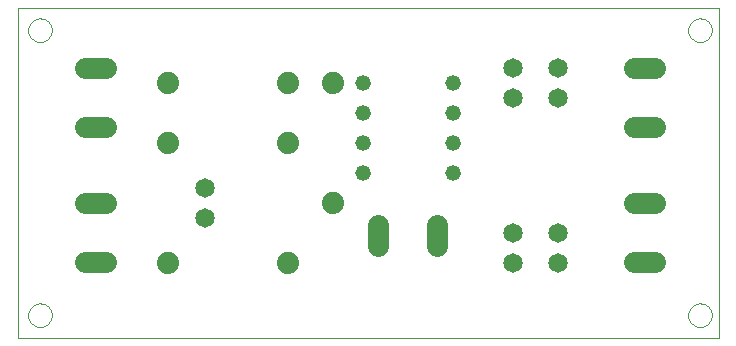
<source format=gtl>
G75*
%MOIN*%
%OFA0B0*%
%FSLAX24Y24*%
%IPPOS*%
%LPD*%
%AMOC8*
5,1,8,0,0,1.08239X$1,22.5*
%
%ADD10C,0.0000*%
%ADD11C,0.0520*%
%ADD12C,0.0740*%
%ADD13C,0.0650*%
%ADD14C,0.0700*%
D10*
X004833Y003500D02*
X004833Y014496D01*
X028203Y014496D01*
X028203Y003500D01*
X004833Y003500D01*
X005189Y004250D02*
X005191Y004289D01*
X005197Y004328D01*
X005207Y004366D01*
X005220Y004403D01*
X005237Y004438D01*
X005257Y004472D01*
X005281Y004503D01*
X005308Y004532D01*
X005337Y004558D01*
X005369Y004581D01*
X005403Y004601D01*
X005439Y004617D01*
X005476Y004629D01*
X005515Y004638D01*
X005554Y004643D01*
X005593Y004644D01*
X005632Y004641D01*
X005671Y004634D01*
X005708Y004623D01*
X005745Y004609D01*
X005780Y004591D01*
X005813Y004570D01*
X005844Y004545D01*
X005872Y004518D01*
X005897Y004488D01*
X005919Y004455D01*
X005938Y004421D01*
X005953Y004385D01*
X005965Y004347D01*
X005973Y004309D01*
X005977Y004270D01*
X005977Y004230D01*
X005973Y004191D01*
X005965Y004153D01*
X005953Y004115D01*
X005938Y004079D01*
X005919Y004045D01*
X005897Y004012D01*
X005872Y003982D01*
X005844Y003955D01*
X005813Y003930D01*
X005780Y003909D01*
X005745Y003891D01*
X005708Y003877D01*
X005671Y003866D01*
X005632Y003859D01*
X005593Y003856D01*
X005554Y003857D01*
X005515Y003862D01*
X005476Y003871D01*
X005439Y003883D01*
X005403Y003899D01*
X005369Y003919D01*
X005337Y003942D01*
X005308Y003968D01*
X005281Y003997D01*
X005257Y004028D01*
X005237Y004062D01*
X005220Y004097D01*
X005207Y004134D01*
X005197Y004172D01*
X005191Y004211D01*
X005189Y004250D01*
X005189Y013750D02*
X005191Y013789D01*
X005197Y013828D01*
X005207Y013866D01*
X005220Y013903D01*
X005237Y013938D01*
X005257Y013972D01*
X005281Y014003D01*
X005308Y014032D01*
X005337Y014058D01*
X005369Y014081D01*
X005403Y014101D01*
X005439Y014117D01*
X005476Y014129D01*
X005515Y014138D01*
X005554Y014143D01*
X005593Y014144D01*
X005632Y014141D01*
X005671Y014134D01*
X005708Y014123D01*
X005745Y014109D01*
X005780Y014091D01*
X005813Y014070D01*
X005844Y014045D01*
X005872Y014018D01*
X005897Y013988D01*
X005919Y013955D01*
X005938Y013921D01*
X005953Y013885D01*
X005965Y013847D01*
X005973Y013809D01*
X005977Y013770D01*
X005977Y013730D01*
X005973Y013691D01*
X005965Y013653D01*
X005953Y013615D01*
X005938Y013579D01*
X005919Y013545D01*
X005897Y013512D01*
X005872Y013482D01*
X005844Y013455D01*
X005813Y013430D01*
X005780Y013409D01*
X005745Y013391D01*
X005708Y013377D01*
X005671Y013366D01*
X005632Y013359D01*
X005593Y013356D01*
X005554Y013357D01*
X005515Y013362D01*
X005476Y013371D01*
X005439Y013383D01*
X005403Y013399D01*
X005369Y013419D01*
X005337Y013442D01*
X005308Y013468D01*
X005281Y013497D01*
X005257Y013528D01*
X005237Y013562D01*
X005220Y013597D01*
X005207Y013634D01*
X005197Y013672D01*
X005191Y013711D01*
X005189Y013750D01*
X027189Y013750D02*
X027191Y013789D01*
X027197Y013828D01*
X027207Y013866D01*
X027220Y013903D01*
X027237Y013938D01*
X027257Y013972D01*
X027281Y014003D01*
X027308Y014032D01*
X027337Y014058D01*
X027369Y014081D01*
X027403Y014101D01*
X027439Y014117D01*
X027476Y014129D01*
X027515Y014138D01*
X027554Y014143D01*
X027593Y014144D01*
X027632Y014141D01*
X027671Y014134D01*
X027708Y014123D01*
X027745Y014109D01*
X027780Y014091D01*
X027813Y014070D01*
X027844Y014045D01*
X027872Y014018D01*
X027897Y013988D01*
X027919Y013955D01*
X027938Y013921D01*
X027953Y013885D01*
X027965Y013847D01*
X027973Y013809D01*
X027977Y013770D01*
X027977Y013730D01*
X027973Y013691D01*
X027965Y013653D01*
X027953Y013615D01*
X027938Y013579D01*
X027919Y013545D01*
X027897Y013512D01*
X027872Y013482D01*
X027844Y013455D01*
X027813Y013430D01*
X027780Y013409D01*
X027745Y013391D01*
X027708Y013377D01*
X027671Y013366D01*
X027632Y013359D01*
X027593Y013356D01*
X027554Y013357D01*
X027515Y013362D01*
X027476Y013371D01*
X027439Y013383D01*
X027403Y013399D01*
X027369Y013419D01*
X027337Y013442D01*
X027308Y013468D01*
X027281Y013497D01*
X027257Y013528D01*
X027237Y013562D01*
X027220Y013597D01*
X027207Y013634D01*
X027197Y013672D01*
X027191Y013711D01*
X027189Y013750D01*
X027189Y004250D02*
X027191Y004289D01*
X027197Y004328D01*
X027207Y004366D01*
X027220Y004403D01*
X027237Y004438D01*
X027257Y004472D01*
X027281Y004503D01*
X027308Y004532D01*
X027337Y004558D01*
X027369Y004581D01*
X027403Y004601D01*
X027439Y004617D01*
X027476Y004629D01*
X027515Y004638D01*
X027554Y004643D01*
X027593Y004644D01*
X027632Y004641D01*
X027671Y004634D01*
X027708Y004623D01*
X027745Y004609D01*
X027780Y004591D01*
X027813Y004570D01*
X027844Y004545D01*
X027872Y004518D01*
X027897Y004488D01*
X027919Y004455D01*
X027938Y004421D01*
X027953Y004385D01*
X027965Y004347D01*
X027973Y004309D01*
X027977Y004270D01*
X027977Y004230D01*
X027973Y004191D01*
X027965Y004153D01*
X027953Y004115D01*
X027938Y004079D01*
X027919Y004045D01*
X027897Y004012D01*
X027872Y003982D01*
X027844Y003955D01*
X027813Y003930D01*
X027780Y003909D01*
X027745Y003891D01*
X027708Y003877D01*
X027671Y003866D01*
X027632Y003859D01*
X027593Y003856D01*
X027554Y003857D01*
X027515Y003862D01*
X027476Y003871D01*
X027439Y003883D01*
X027403Y003899D01*
X027369Y003919D01*
X027337Y003942D01*
X027308Y003968D01*
X027281Y003997D01*
X027257Y004028D01*
X027237Y004062D01*
X027220Y004097D01*
X027207Y004134D01*
X027197Y004172D01*
X027191Y004211D01*
X027189Y004250D01*
D11*
X019333Y009000D03*
X019333Y010000D03*
X019333Y011000D03*
X019333Y012000D03*
X016333Y012000D03*
X016333Y011000D03*
X016333Y010000D03*
X016333Y009000D03*
D12*
X015333Y008000D03*
X013833Y006000D03*
X009833Y006000D03*
X009833Y010000D03*
X013833Y010000D03*
X013833Y012000D03*
X015333Y012000D03*
X009833Y012000D03*
D13*
X011083Y008500D03*
X011083Y007500D03*
X021333Y007000D03*
X022833Y007000D03*
X022833Y006000D03*
X021333Y006000D03*
X021333Y011500D03*
X022833Y011500D03*
X022833Y012500D03*
X021333Y012500D03*
D14*
X025377Y012484D02*
X026077Y012484D01*
X026077Y010516D02*
X025377Y010516D01*
X025377Y007984D02*
X026077Y007984D01*
X026077Y006016D02*
X025377Y006016D01*
X018818Y006544D02*
X018818Y007244D01*
X016849Y007244D02*
X016849Y006544D01*
X007790Y006016D02*
X007090Y006016D01*
X007090Y007984D02*
X007790Y007984D01*
X007790Y010516D02*
X007090Y010516D01*
X007090Y012484D02*
X007790Y012484D01*
M02*

</source>
